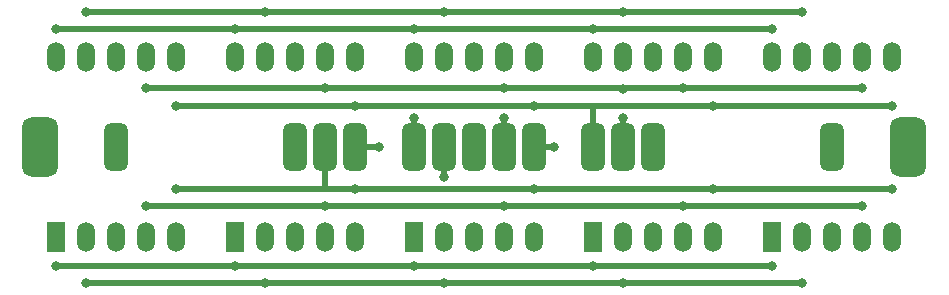
<source format=gbl>
G04 #@! TF.GenerationSoftware,KiCad,Pcbnew,(6.0.10)*
G04 #@! TF.CreationDate,2023-02-05T00:57:15+01:00*
G04 #@! TF.ProjectId,Display-Modul,44697370-6c61-4792-9d4d-6f64756c2e6b,rev?*
G04 #@! TF.SameCoordinates,Original*
G04 #@! TF.FileFunction,Copper,L2,Bot*
G04 #@! TF.FilePolarity,Positive*
%FSLAX46Y46*%
G04 Gerber Fmt 4.6, Leading zero omitted, Abs format (unit mm)*
G04 Created by KiCad (PCBNEW (6.0.10)) date 2023-02-05 00:57:15*
%MOMM*%
%LPD*%
G01*
G04 APERTURE LIST*
G04 Aperture macros list*
%AMRoundRect*
0 Rectangle with rounded corners*
0 $1 Rounding radius*
0 $2 $3 $4 $5 $6 $7 $8 $9 X,Y pos of 4 corners*
0 Add a 4 corners polygon primitive as box body*
4,1,4,$2,$3,$4,$5,$6,$7,$8,$9,$2,$3,0*
0 Add four circle primitives for the rounded corners*
1,1,$1+$1,$2,$3*
1,1,$1+$1,$4,$5*
1,1,$1+$1,$6,$7*
1,1,$1+$1,$8,$9*
0 Add four rect primitives between the rounded corners*
20,1,$1+$1,$2,$3,$4,$5,0*
20,1,$1+$1,$4,$5,$6,$7,0*
20,1,$1+$1,$6,$7,$8,$9,0*
20,1,$1+$1,$8,$9,$2,$3,0*%
G04 Aperture macros list end*
G04 #@! TA.AperFunction,ComponentPad*
%ADD10R,1.524000X2.524000*%
G04 #@! TD*
G04 #@! TA.AperFunction,ComponentPad*
%ADD11O,1.524000X2.524000*%
G04 #@! TD*
G04 #@! TA.AperFunction,SMDPad,CuDef*
%ADD12RoundRect,0.500000X0.500000X1.500000X-0.500000X1.500000X-0.500000X-1.500000X0.500000X-1.500000X0*%
G04 #@! TD*
G04 #@! TA.AperFunction,SMDPad,CuDef*
%ADD13RoundRect,0.750000X0.750000X1.750000X-0.750000X1.750000X-0.750000X-1.750000X0.750000X-1.750000X0*%
G04 #@! TD*
G04 #@! TA.AperFunction,ViaPad*
%ADD14C,0.800000*%
G04 #@! TD*
G04 #@! TA.AperFunction,ViaPad*
%ADD15C,1.500000*%
G04 #@! TD*
G04 #@! TA.AperFunction,Conductor*
%ADD16C,0.500000*%
G04 #@! TD*
G04 APERTURE END LIST*
D10*
X93990000Y-50120000D03*
D11*
X96530000Y-50120000D03*
X99070000Y-50120000D03*
X101610000Y-50120000D03*
X104150000Y-50120000D03*
X104150000Y-34880000D03*
X101610000Y-34880000D03*
X99070000Y-34880000D03*
X96530000Y-34880000D03*
X93990000Y-34880000D03*
D10*
X48510000Y-50120000D03*
D11*
X51050000Y-50120000D03*
X53590000Y-50120000D03*
X56130000Y-50120000D03*
X58670000Y-50120000D03*
X58670000Y-34880000D03*
X56130000Y-34880000D03*
X53590000Y-34880000D03*
X51050000Y-34880000D03*
X48510000Y-34880000D03*
D10*
X63670000Y-50120000D03*
D11*
X66210000Y-50120000D03*
X68750000Y-50120000D03*
X71290000Y-50120000D03*
X73830000Y-50120000D03*
X73830000Y-34880000D03*
X71290000Y-34880000D03*
X68750000Y-34880000D03*
X66210000Y-34880000D03*
X63670000Y-34880000D03*
D10*
X33350000Y-50120000D03*
D11*
X35890000Y-50120000D03*
X38430000Y-50120000D03*
X40970000Y-50120000D03*
X43510000Y-50120000D03*
X43510000Y-34880000D03*
X40970000Y-34880000D03*
X38430000Y-34880000D03*
X35890000Y-34880000D03*
X33350000Y-34880000D03*
D10*
X78830000Y-50120000D03*
D11*
X81370000Y-50120000D03*
X83910000Y-50120000D03*
X86450000Y-50120000D03*
X88990000Y-50120000D03*
X88990000Y-34880000D03*
X86450000Y-34880000D03*
X83910000Y-34880000D03*
X81370000Y-34880000D03*
X78830000Y-34880000D03*
D12*
X38430000Y-42500000D03*
D13*
X32000000Y-42500000D03*
D12*
X78830000Y-42500000D03*
X83910000Y-42500000D03*
X63670000Y-42500000D03*
X66210000Y-42500000D03*
X71290000Y-42500000D03*
X58670000Y-42500000D03*
X53590000Y-42500000D03*
X99070000Y-42500000D03*
X81370000Y-42500000D03*
D13*
X105500000Y-42500000D03*
D12*
X56130000Y-42500000D03*
X68750000Y-42500000D03*
X73830000Y-42500000D03*
D14*
X78830000Y-52500000D03*
X33350000Y-52500000D03*
X63670000Y-52500000D03*
X48510000Y-52500000D03*
X66210000Y-45000000D03*
X93990000Y-52500000D03*
X35890000Y-54000000D03*
X66210000Y-54000000D03*
X71290000Y-40000000D03*
X51050000Y-54000000D03*
X96530000Y-54000000D03*
X81370000Y-54000000D03*
D15*
X38430000Y-42500000D03*
D14*
X86450000Y-47500000D03*
X75500000Y-42500000D03*
X101610000Y-47500000D03*
X56130000Y-47500000D03*
X40970000Y-47500000D03*
X71290000Y-47500000D03*
X43510000Y-46000000D03*
X58670000Y-46000000D03*
X104150000Y-46000000D03*
X88990000Y-46000000D03*
X73830000Y-46000000D03*
X88990000Y-39000000D03*
X104150000Y-39000000D03*
X43510000Y-39000000D03*
X73830000Y-39000000D03*
X58670000Y-39000000D03*
X40970000Y-37500000D03*
X56130000Y-37500000D03*
X71290000Y-37500000D03*
X81370000Y-40000000D03*
X101610000Y-37500000D03*
X81370000Y-37530000D03*
X86450000Y-37500000D03*
X63670000Y-40000000D03*
X96530000Y-31000000D03*
X35890000Y-31000000D03*
X66210000Y-31000000D03*
X51050000Y-31000000D03*
X81370000Y-31000000D03*
X78830000Y-32500000D03*
X48510000Y-32500000D03*
X33350000Y-32500000D03*
X63670000Y-32500000D03*
X93990000Y-32500000D03*
X60670000Y-42500000D03*
D15*
X53590000Y-42500000D03*
X68750000Y-42500000D03*
X83910000Y-42500000D03*
X99070000Y-42500000D03*
D16*
X66210000Y-45000000D02*
X66210000Y-42500000D01*
X33350000Y-52500000D02*
X93990000Y-52500000D01*
X71290000Y-42500000D02*
X71290000Y-40000000D01*
X35890000Y-54000000D02*
X96530000Y-54000000D01*
X75500000Y-42500000D02*
X73830000Y-42500000D01*
X40970000Y-47500000D02*
X101610000Y-47500000D01*
X81250000Y-46000000D02*
X104150000Y-46000000D01*
X56200000Y-46000000D02*
X81250000Y-46000000D01*
X56130000Y-45930000D02*
X56200000Y-46000000D01*
X43510000Y-46000000D02*
X56200000Y-46000000D01*
X56130000Y-42500000D02*
X56130000Y-45930000D01*
X78900000Y-39000000D02*
X104150000Y-39000000D01*
X43510000Y-39000000D02*
X78900000Y-39000000D01*
X78830000Y-42500000D02*
X78830000Y-39070000D01*
X78830000Y-39070000D02*
X78900000Y-39000000D01*
X81370000Y-42500000D02*
X81370000Y-40000000D01*
X101610000Y-37500000D02*
X40970000Y-37500000D01*
X63670000Y-42500000D02*
X63670000Y-40000000D01*
X35890000Y-31000000D02*
X96530000Y-31000000D01*
X58670000Y-42500000D02*
X60670000Y-42500000D01*
X33350000Y-32500000D02*
X93990000Y-32500000D01*
M02*

</source>
